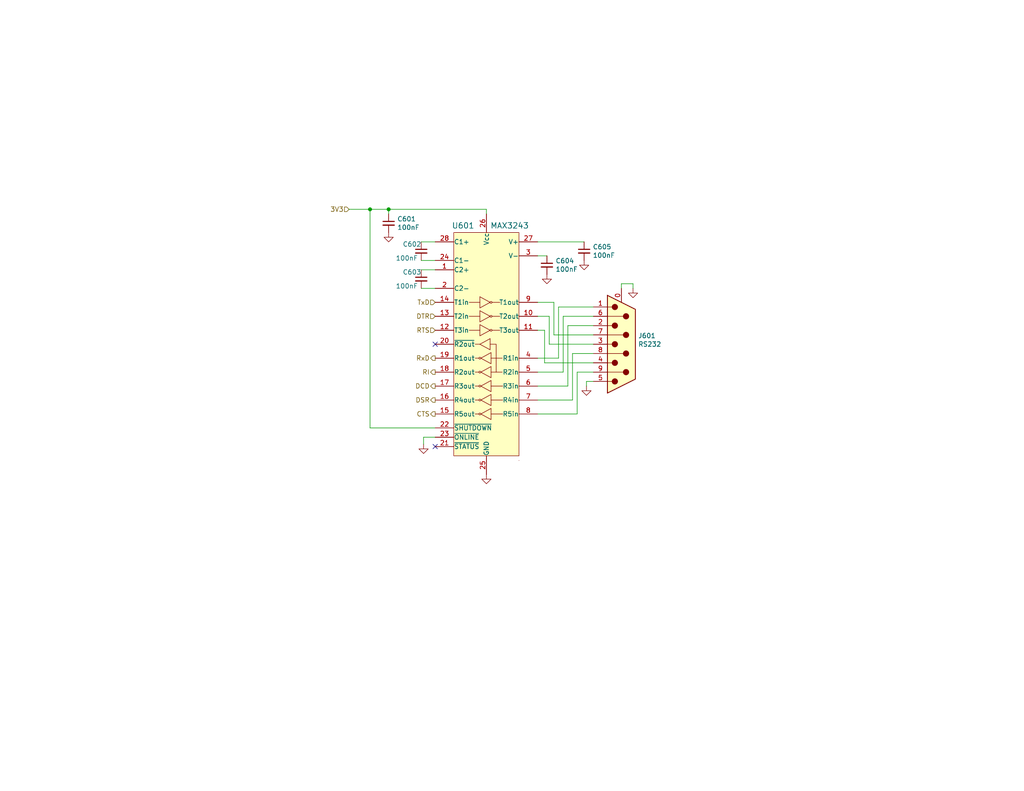
<source format=kicad_sch>
(kicad_sch (version 20211123) (generator eeschema)
  (paper "A")
  (title_block (title "RS-232") (date "2022-01-11") (rev "${Version}") (company "RetroComputing Reproductions"))
  (lib_symbols
    (symbol "Connector:DB9_Male_MountingHoles" (pin_names (offset 1.016) hide)
      (property "Reference" "J" (at 0 16.51 0))
      (property "Value" "Connector_DB9_Male_MountingHoles" (at 0 14.605 0))
      (symbol "DB9_Male_MountingHoles_0_1"
        (circle (center -1.778 -10.16) (radius 0.762) (fill (type outline)))
        (circle (center -1.778 -5.08) (radius 0.762) (fill (type outline)))
        (circle (center -1.778 0) (radius 0.762) (fill (type outline)))
        (circle (center -1.778 5.08) (radius 0.762) (fill (type outline)))
        (circle (center -1.778 10.16) (radius 0.762) (fill (type outline)))
        (polyline (pts (xy -3.81 -10.16) (xy -2.54 -10.16)))
        (polyline (pts (xy -3.81 -7.62) (xy 0.508 -7.62)))
        (polyline (pts (xy -3.81 -5.08) (xy -2.54 -5.08)))
        (polyline (pts (xy -3.81 -2.54) (xy 0.508 -2.54)))
        (polyline (pts (xy -3.81 0) (xy -2.54 0)))
        (polyline (pts (xy -3.81 2.54) (xy 0.508 2.54)))
        (polyline (pts (xy -3.81 5.08) (xy -2.54 5.08)))
        (polyline (pts (xy -3.81 7.62) (xy 0.508 7.62)))
        (polyline (pts (xy -3.81 10.16) (xy -2.54 10.16)))
        (polyline (pts (xy -3.81 -13.335) (xy -3.81 13.335) (xy 3.81 9.525) (xy 3.81 -9.525) (xy -3.81 -13.335)) (stroke (width 0.254)) (fill (type background)))
        (circle (center 1.27 -7.62) (radius 0.762) (fill (type outline)))
        (circle (center 1.27 -2.54) (radius 0.762) (fill (type outline)))
        (circle (center 1.27 2.54) (radius 0.762) (fill (type outline)))
        (circle (center 1.27 7.62) (radius 0.762) (fill (type outline)))
      )
      (symbol "DB9_Male_MountingHoles_1_1"
        (pin passive line (at 0 -15.24 90) (length 3.81) (name "PAD") (number "0"))
        (pin passive line (at -7.62 -10.16 0) (length 3.81) (name "1") (number "1"))
        (pin passive line (at -7.62 -5.08 0) (length 3.81) (name "2") (number "2"))
        (pin passive line (at -7.62 0 0) (length 3.81) (name "3") (number "3"))
        (pin passive line (at -7.62 5.08 0) (length 3.81) (name "4") (number "4"))
        (pin passive line (at -7.62 10.16 0) (length 3.81) (name "5") (number "5"))
        (pin passive line (at -7.62 -7.62 0) (length 3.81) (name "6") (number "6"))
        (pin passive line (at -7.62 -2.54 0) (length 3.81) (name "7") (number "7"))
        (pin passive line (at -7.62 2.54 0) (length 3.81) (name "8") (number "8"))
        (pin passive line (at -7.62 7.62 0) (length 3.81) (name "9") (number "9"))
      )
    )
    (symbol "Device:C_Small" (pin_numbers hide) (pin_names (offset 0.254) hide)
      (property "Reference" "C" (at 0.254 1.778 0))
      (property "Value" "Device_C_Small" (at 0.254 -2.032 0))
      (symbol "C_Small_0_1"
        (polyline (pts (xy -1.524 -0.508) (xy 1.524 -0.508)) (stroke (width 0.3302)))
        (polyline (pts (xy -1.524 0.508) (xy 1.524 0.508)) (stroke (width 0.3048)))
      )
      (symbol "C_Small_1_1"
        (pin passive line (at 0 2.54 270) (length 2.032) (name "~") (number "1"))
        (pin passive line (at 0 -2.54 90) (length 2.032) (name "~") (number "2"))
      )
    )
    (symbol "myLib:MAX3243" (pin_names (offset 0.0254))
      (property "Reference" "U" (at -7.62 1.905 0))
      (property "Value" "myLib_MAX3243" (at 7.62 1.27 0))
      (symbol "MAX3243_0_1"
        (rectangle (start -8.89 0) (end 8.89 -60.96) (fill (type background)))
        (circle (center -1.778 -49.53) (radius 0.254))
        (circle (center -1.778 -45.72) (radius 0.254))
        (circle (center -1.778 -41.91) (radius 0.254))
        (circle (center -1.778 -38.1) (radius 0.254))
        (circle (center -1.778 -34.29) (radius 0.254))
        (polyline (pts (xy -4.699 -26.67) (xy -1.778 -26.67)))
        (polyline (pts (xy -4.699 -19.05) (xy -1.778 -19.05)))
        (polyline (pts (xy -2.032 -49.53) (xy -3.048 -49.53)))
        (polyline (pts (xy -2.032 -45.72) (xy -3.048 -45.72)))
        (polyline (pts (xy -2.032 -41.91) (xy -3.048 -41.91)))
        (polyline (pts (xy -2.032 -38.1) (xy -3.048 -38.1)))
        (polyline (pts (xy -2.032 -34.29) (xy -3.048 -34.29)))
        (polyline (pts (xy -1.778 -30.48) (xy -3.048 -30.48)))
        (polyline (pts (xy -1.778 -22.86) (xy -4.699 -22.86)))
        (polyline (pts (xy 1.27 -49.53) (xy 4.445 -49.53)))
        (polyline (pts (xy 1.27 -45.72) (xy 4.445 -45.72)))
        (polyline (pts (xy 1.27 -41.91) (xy 4.445 -41.91)))
        (polyline (pts (xy 1.27 -38.1) (xy 4.318 -38.1)))
        (polyline (pts (xy 1.27 -34.29) (xy 4.318 -34.29)))
        (polyline (pts (xy 1.524 -26.67) (xy 3.683 -26.67)))
        (polyline (pts (xy 1.524 -22.86) (xy 3.683 -22.86)))
        (polyline (pts (xy 1.524 -19.05) (xy 3.683 -19.05)))
        (polyline (pts (xy 1.016 -30.48) (xy 2.667 -30.48) (xy 2.667 -38.1)))
        (polyline (pts (xy -1.778 -25.146) (xy -1.778 -28.194) (xy 1.016 -26.67) (xy -1.778 -25.146)))
        (polyline (pts (xy -1.778 -21.336) (xy -1.778 -24.384) (xy 1.016 -22.86) (xy -1.778 -21.336)))
        (polyline (pts (xy -1.778 -17.526) (xy -1.778 -20.574) (xy 1.016 -19.05) (xy -1.778 -17.526)))
        (polyline (pts (xy 1.016 -28.956) (xy 1.016 -32.004) (xy -1.778 -30.48) (xy 1.016 -28.956)))
        (polyline (pts (xy 1.27 -48.006) (xy 1.27 -51.054) (xy -1.524 -49.53) (xy 1.27 -48.006)))
        (polyline (pts (xy 1.27 -44.196) (xy 1.27 -47.244) (xy -1.524 -45.72) (xy 1.27 -44.196)))
        (polyline (pts (xy 1.27 -40.386) (xy 1.27 -43.434) (xy -1.524 -41.91) (xy 1.27 -40.386)))
        (polyline (pts (xy 1.27 -36.576) (xy 1.27 -39.624) (xy -1.524 -38.1) (xy 1.27 -36.576)))
        (polyline (pts (xy 1.27 -32.766) (xy 1.27 -35.814) (xy -1.524 -34.29) (xy 1.27 -32.766)))
        (circle (center 1.27 -26.67) (radius 0.254))
        (circle (center 1.27 -22.86) (radius 0.254))
        (circle (center 1.27 -19.05) (radius 0.254))
        (rectangle (start 8.89 -62.23) (end 8.89 -62.23))
      )
      (symbol "MAX3243_1_1"
        (pin passive line (at -13.97 -10.16 0) (length 5.08) (name "C2+") (number "1"))
        (pin output line (at 13.97 -22.86 180) (length 5.08) (name "T2out") (number "10"))
        (pin output line (at 13.97 -26.67 180) (length 5.08) (name "T3out") (number "11"))
        (pin input line (at -13.97 -26.67 0) (length 5.08) (name "T3in") (number "12"))
        (pin input line (at -13.97 -22.86 0) (length 5.08) (name "T2in") (number "13"))
        (pin input line (at -13.97 -19.05 0) (length 5.08) (name "T1in") (number "14"))
        (pin output line (at -13.97 -49.53 0) (length 5.08) (name "R5out") (number "15"))
        (pin output line (at -13.97 -45.72 0) (length 5.08) (name "R4out") (number "16"))
        (pin output line (at -13.97 -41.91 0) (length 5.08) (name "R3out") (number "17"))
        (pin output line (at -13.97 -38.1 0) (length 5.08) (name "R2out") (number "18"))
        (pin output line (at -13.97 -34.29 0) (length 5.08) (name "R1out") (number "19"))
        (pin passive line (at -13.97 -15.24 0) (length 5.08) (name "C2-") (number "2"))
        (pin output line (at -13.97 -30.48 0) (length 5.08) (name "~{R2out}") (number "20"))
        (pin output line (at -13.97 -58.42 0) (length 5.08) (name "~{STATUS}") (number "21"))
        (pin input line (at -13.97 -53.34 0) (length 5.08) (name "~{SHUTDOWN}") (number "22"))
        (pin input line (at -13.97 -55.88 0) (length 5.08) (name "~{ONLINE}") (number "23"))
        (pin passive line (at -13.97 -7.62 0) (length 5.08) (name "C1-") (number "24"))
        (pin power_in line (at 0 -66.04 90) (length 5.08) (name "GND") (number "25"))
        (pin power_in line (at 0 5.08 270) (length 5.08) (name "Vcc") (number "26"))
        (pin passive line (at 13.97 -2.54 180) (length 5.08) (name "V+") (number "27"))
        (pin passive line (at -13.97 -2.54 0) (length 5.08) (name "C1+") (number "28"))
        (pin passive line (at 13.97 -6.35 180) (length 5.08) (name "V-") (number "3"))
        (pin input line (at 13.97 -34.29 180) (length 5.08) (name "R1in") (number "4"))
        (pin input line (at 13.97 -38.1 180) (length 5.08) (name "R2in") (number "5"))
        (pin input line (at 13.97 -41.91 180) (length 5.08) (name "R3in") (number "6"))
        (pin input line (at 13.97 -45.72 180) (length 5.08) (name "R4in") (number "7"))
        (pin input line (at 13.97 -49.53 180) (length 5.08) (name "R5in") (number "8"))
        (pin output line (at 13.97 -19.05 180) (length 5.08) (name "T1out") (number "9"))
      )
    )
    (symbol "power:GND" (power) (pin_names (offset 0))
      (property "Value" "power_GND" (at 0 -3.81 0))
      (symbol "GND_0_1"
        (polyline (pts (xy 0 0) (xy 0 -1.27) (xy 1.27 -1.27) (xy 0 -2.54) (xy -1.27 -1.27) (xy 0 -1.27)))
      )
      (symbol "GND_1_1"
        (pin power_in line (at 0 0 270) (length 0) hide (name "GND") (number "1"))
      )
    )
  )
  (junction (at 106.045 57.15))
  (junction (at 100.965 57.15))
  (no_connect (at 118.745 93.98))
  (no_connect (at 118.745 121.92))
  (wire (pts (xy 161.925 86.36) (xy 153.67 86.36)))
  (wire (pts (xy 146.685 113.03) (xy 157.48 113.03)))
  (wire (pts (xy 154.94 105.41) (xy 154.94 88.9)))
  (wire (pts (xy 118.745 66.04) (xy 114.935 66.04)))
  (wire (pts (xy 172.72 78.74) (xy 172.72 77.47)))
  (wire (pts (xy 172.72 77.47) (xy 169.545 77.47)))
  (wire (pts (xy 132.715 57.15) (xy 132.715 58.42)))
  (wire (pts (xy 149.86 86.36) (xy 149.86 93.98)))
  (wire (pts (xy 156.21 109.22) (xy 156.21 96.52)))
  (wire (pts (xy 100.965 57.15) (xy 106.045 57.15)))
  (wire (pts (xy 161.925 91.44) (xy 151.13 91.44)))
  (wire (pts (xy 169.545 77.47) (xy 169.545 78.74)))
  (wire (pts (xy 146.685 86.36) (xy 149.86 86.36)))
  (wire (pts (xy 160.02 105.41) (xy 160.02 104.14)))
  (wire (pts (xy 115.57 119.38) (xy 118.745 119.38)))
  (wire (pts (xy 100.965 57.15) (xy 100.965 116.84)))
  (wire (pts (xy 146.685 101.6) (xy 153.67 101.6)))
  (wire (pts (xy 160.02 104.14) (xy 161.925 104.14)))
  (wire (pts (xy 106.045 57.15) (xy 106.045 58.42)))
  (wire (pts (xy 146.685 82.55) (xy 151.13 82.55)))
  (wire (pts (xy 146.685 90.17) (xy 148.59 90.17)))
  (wire (pts (xy 146.685 69.85) (xy 149.225 69.85)))
  (wire (pts (xy 148.59 90.17) (xy 148.59 99.06)))
  (wire (pts (xy 100.965 116.84) (xy 118.745 116.84)))
  (wire (pts (xy 114.935 71.12) (xy 118.745 71.12)))
  (wire (pts (xy 151.13 82.55) (xy 151.13 91.44)))
  (wire (pts (xy 157.48 113.03) (xy 157.48 101.6)))
  (wire (pts (xy 161.925 88.9) (xy 154.94 88.9)))
  (wire (pts (xy 152.4 83.82) (xy 161.925 83.82)))
  (wire (pts (xy 157.48 101.6) (xy 161.925 101.6)))
  (wire (pts (xy 152.4 83.82) (xy 152.4 97.79)))
  (wire (pts (xy 106.045 57.15) (xy 132.715 57.15)))
  (wire (pts (xy 156.21 96.52) (xy 161.925 96.52)))
  (wire (pts (xy 149.86 93.98) (xy 161.925 93.98)))
  (wire (pts (xy 148.59 99.06) (xy 161.925 99.06)))
  (wire (pts (xy 146.685 109.22) (xy 156.21 109.22)))
  (wire (pts (xy 146.685 97.79) (xy 152.4 97.79)))
  (wire (pts (xy 153.67 101.6) (xy 153.67 86.36)))
  (wire (pts (xy 159.385 66.04) (xy 146.685 66.04)))
  (wire (pts (xy 114.935 73.66) (xy 118.745 73.66)))
  (wire (pts (xy 118.745 78.74) (xy 114.935 78.74)))
  (wire (pts (xy 146.685 105.41) (xy 154.94 105.41)))
  (wire (pts (xy 100.965 57.15) (xy 95.25 57.15)))
  (wire (pts (xy 115.57 121.285) (xy 115.57 119.38)))
  (hierarchical_label "DSR" (shape output) (at 118.745 109.22 180))
  (hierarchical_label "3V3" (shape input) (at 95.25 57.15 180))
  (hierarchical_label "RTS" (shape input) (at 118.745 90.17 180))
  (hierarchical_label "RxD" (shape output) (at 118.745 97.79 180))
  (hierarchical_label "DTR" (shape input) (at 118.745 86.36 180))
  (hierarchical_label "DCD" (shape output) (at 118.745 105.41 180))
  (hierarchical_label "CTS" (shape output) (at 118.745 113.03 180))
  (hierarchical_label "TxD" (shape input) (at 118.745 82.55 180))
  (hierarchical_label "RI" (shape output) (at 118.745 101.6 180))
  (symbol (lib_id "power:GND") (at 132.715 129.54 0) (unit 1)
    (property "Reference" "#PWR0128" (effects hide))
    (property "Value" "GND" (effects hide))
  )
  (symbol (lib_id "Device:C_Small") (at 159.385 68.58 0) (unit 1)
    (property "Reference" "C605" (at 161.7218 67.4116 0) (effects (justify left)))
    (property "Value" "100nF" (at 161.7218 69.723 0) (effects (justify left)))
    (property "Footprint" "Capacitor_SMD:C_0603_1608Metric" (effects hide))
  )
  (symbol (lib_id "Device:C_Small") (at 149.225 72.39 0) (unit 1)
    (property "Reference" "C604" (at 151.5618 71.2216 0) (effects (justify left)))
    (property "Value" "100nF" (at 151.5618 73.533 0) (effects (justify left)))
    (property "Footprint" "Capacitor_SMD:C_0603_1608Metric" (effects hide))
  )
  (symbol (lib_id "Device:C_Small") (at 114.935 68.58 0) (unit 1)
    (property "Reference" "C602" (at 109.855 66.675 0) (effects (justify left)))
    (property "Value" "100nF" (at 107.95 70.485 0) (effects (justify left)))
    (property "Footprint" "Capacitor_SMD:C_0603_1608Metric" (effects hide))
  )
  (symbol (lib_id "Device:C_Small") (at 114.935 76.2 0) (unit 1)
    (property "Reference" "C603" (at 109.855 74.295 0) (effects (justify left)))
    (property "Value" "100nF" (at 107.95 78.105 0) (effects (justify left)))
    (property "Footprint" "Capacitor_SMD:C_0603_1608Metric" (effects hide))
  )
  (symbol (lib_id "power:GND") (at 115.57 121.285 0) (unit 1)
    (property "Reference" "#PWR0129" (effects hide))
    (property "Value" "GND" (effects hide))
  )
  (symbol (lib_id "power:GND") (at 149.225 74.93 0) (unit 1)
    (property "Reference" "#PWR0130" (effects hide))
    (property "Value" "GND" (effects hide))
  )
  (symbol (lib_id "power:GND") (at 159.385 71.12 0) (unit 1)
    (property "Reference" "#PWR0131" (effects hide))
    (property "Value" "GND" (effects hide))
  )
  (symbol (lib_id "power:GND") (at 160.02 105.41 0) (unit 1)
    (property "Reference" "#PWR0132" (effects hide))
    (property "Value" "GND" (effects hide))
  )
  (symbol (lib_id "power:GND") (at 106.045 63.5 0) (unit 1)
    (property "Reference" "#PWR0133" (effects hide))
    (property "Value" "GND" (effects hide))
  )
  (symbol (lib_id "Device:C_Small") (at 106.045 60.96 0) (unit 1)
    (property "Reference" "C601" (at 108.3818 59.7916 0) (effects (justify left)))
    (property "Value" "100nF" (at 108.3818 62.103 0) (effects (justify left)))
    (property "Footprint" "Capacitor_SMD:C_0603_1608Metric" (effects hide))
  )
  (symbol (lib_id "Connector:DB9_Male_MountingHoles") (at 169.545 93.98 0) (mirror x) (unit 1)
    (property "Reference" "J601" (at 174.117 91.6686 0) (effects (justify left)))
    (property "Value" "RS232" (at 174.117 93.98 0) (effects (justify left)))
    (property "Footprint" "Connector_Dsub:DSUB-9_Male_Horizontal_P2.77x2.84mm_EdgePinOffset9.90mm_Housed_MountingHolesOffset11.32mm" (effects hide))
    (property "Datasheet" " ~" (effects hide))
  )
  (symbol (lib_id "power:GND") (at 172.72 78.74 0) (unit 1)
    (property "Reference" "#PWR0134" (effects hide))
    (property "Value" "GND" (effects hide))
  )
  (symbol (lib_id "myLib:MAX3243") (at 132.715 63.5 0) (unit 1)
    (property "Reference" "U601" (at 126.365 61.595 0) (effects (font (size 1.524 1.524))))
    (property "Value" "MAX3243" (at 139.065 61.595 0) (effects (font (size 1.524 1.524))))
    (property "Footprint" "Package_SO:TSSOP-28_4.4x9.7mm_P0.65mm" (effects hide))
    (property "Datasheet" "http://www.ti.com/lit/ds/symlink/max3243.pdf" (effects hide))
    (property "manf#" "MAX3243" (effects hide))
  )
)
</source>
